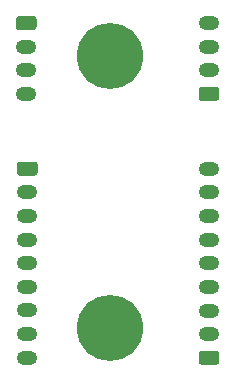
<source format=gbr>
%TF.GenerationSoftware,KiCad,Pcbnew,(5.1.9)-1*%
%TF.CreationDate,2021-03-11T22:21:04-06:00*%
%TF.ProjectId,OpeNITHM-Tower-Extenders__Left-Tower,4f70654e-4954-4484-9d2d-546f7765722d,rev?*%
%TF.SameCoordinates,Original*%
%TF.FileFunction,Soldermask,Bot*%
%TF.FilePolarity,Negative*%
%FSLAX46Y46*%
G04 Gerber Fmt 4.6, Leading zero omitted, Abs format (unit mm)*
G04 Created by KiCad (PCBNEW (5.1.9)-1) date 2021-03-11 22:21:04*
%MOMM*%
%LPD*%
G01*
G04 APERTURE LIST*
%ADD10O,1.750000X1.200000*%
%ADD11C,5.600000*%
G04 APERTURE END LIST*
D10*
%TO.C,J4*%
X82240000Y-59340000D03*
X82240000Y-61340000D03*
X82240000Y-63340000D03*
X82240000Y-65340000D03*
X82240000Y-67340000D03*
X82240000Y-69340000D03*
X82240000Y-71340000D03*
X82240000Y-73340000D03*
G36*
G01*
X82865001Y-75940000D02*
X81614999Y-75940000D01*
G75*
G02*
X81365000Y-75690001I0J249999D01*
G01*
X81365000Y-74989999D01*
G75*
G02*
X81614999Y-74740000I249999J0D01*
G01*
X82865001Y-74740000D01*
G75*
G02*
X83115000Y-74989999I0J-249999D01*
G01*
X83115000Y-75690001D01*
G75*
G02*
X82865001Y-75940000I-249999J0D01*
G01*
G37*
%TD*%
%TO.C,J2*%
X82230000Y-47000000D03*
X82230000Y-49000000D03*
X82230000Y-51000000D03*
G36*
G01*
X82855001Y-53600000D02*
X81604999Y-53600000D01*
G75*
G02*
X81355000Y-53350001I0J249999D01*
G01*
X81355000Y-52649999D01*
G75*
G02*
X81604999Y-52400000I249999J0D01*
G01*
X82855001Y-52400000D01*
G75*
G02*
X83105000Y-52649999I0J-249999D01*
G01*
X83105000Y-53350001D01*
G75*
G02*
X82855001Y-53600000I-249999J0D01*
G01*
G37*
%TD*%
D11*
%TO.C,H2*%
X73860000Y-72780000D03*
%TD*%
%TO.C,H1*%
X73880000Y-49810000D03*
%TD*%
D10*
%TO.C,J3*%
X66842000Y-75333000D03*
X66842000Y-73333000D03*
X66842000Y-71333000D03*
X66842000Y-69333000D03*
X66842000Y-67333000D03*
X66842000Y-65333000D03*
X66842000Y-63333000D03*
X66842000Y-61333000D03*
G36*
G01*
X66216999Y-58733000D02*
X67467001Y-58733000D01*
G75*
G02*
X67717000Y-58982999I0J-249999D01*
G01*
X67717000Y-59683001D01*
G75*
G02*
X67467001Y-59933000I-249999J0D01*
G01*
X66216999Y-59933000D01*
G75*
G02*
X65967000Y-59683001I0J249999D01*
G01*
X65967000Y-58982999D01*
G75*
G02*
X66216999Y-58733000I249999J0D01*
G01*
G37*
%TD*%
%TO.C,J1*%
X66762000Y-53006000D03*
X66762000Y-51006000D03*
X66762000Y-49006000D03*
G36*
G01*
X66136999Y-46406000D02*
X67387001Y-46406000D01*
G75*
G02*
X67637000Y-46655999I0J-249999D01*
G01*
X67637000Y-47356001D01*
G75*
G02*
X67387001Y-47606000I-249999J0D01*
G01*
X66136999Y-47606000D01*
G75*
G02*
X65887000Y-47356001I0J249999D01*
G01*
X65887000Y-46655999D01*
G75*
G02*
X66136999Y-46406000I249999J0D01*
G01*
G37*
%TD*%
M02*

</source>
